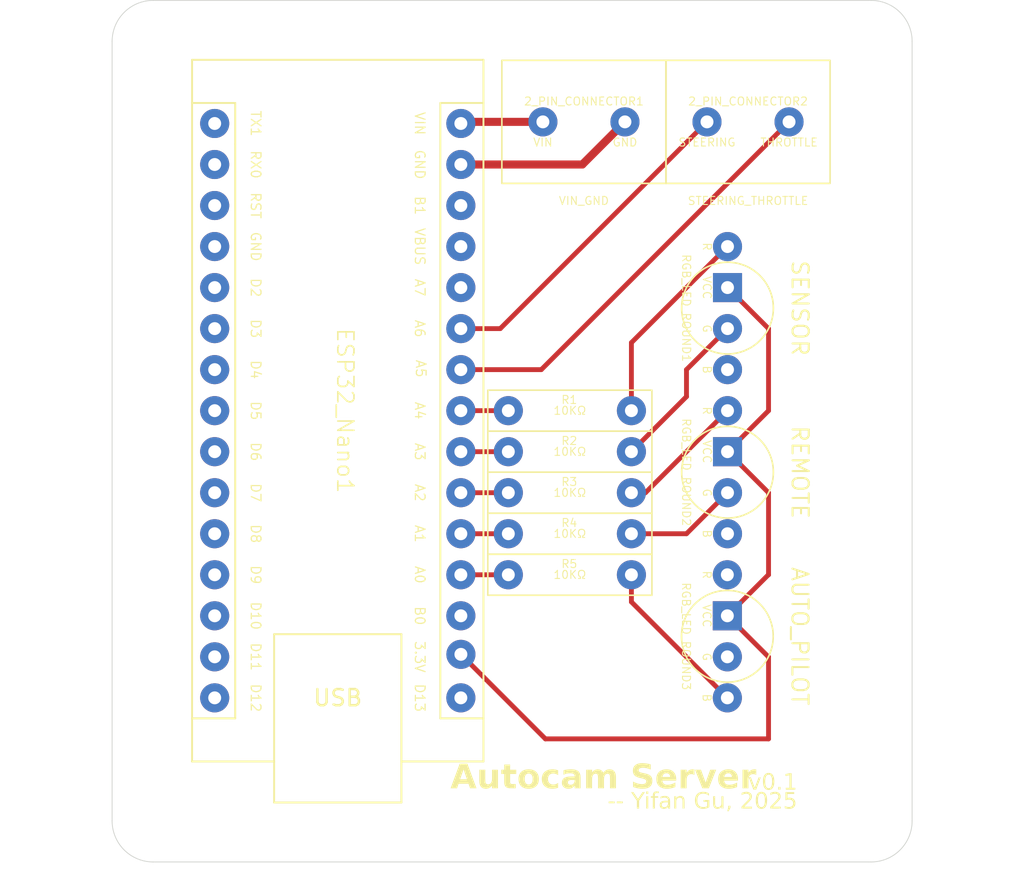
<source format=kicad_pcb>
(kicad_pcb (version 20241229) (generator "pcbnew") (generator_version "9.0")
  (title_block (title "Autocam Server") (date "2025-03-02") (rev "v0.1"))
  (layers (0 "F.Cu" signal) (2 "B.Cu" signal) (13 "F.Paste" user) (15 "B.Paste" user) (5 "F.SilkS" user "F.Silkscreen") (7 "B.SilkS" user "B.Silkscreen") (1 "F.Mask" user) (3 "B.Mask" user) (25 "Edge.Cuts" user))
  (net 0 "")
  (net 1 "Net-(2_PIN_CONNECTOR1-Pin_1)")
  (net 2 "Net-(2_PIN_CONNECTOR1-Pin_2)")
  (net 3 "Net-(2_PIN_CONNECTOR2-Pin_2)")
  (net 4 "Net-(2_PIN_CONNECTOR2-Pin_1)")
  (net 12 "Net-(ESP32_Nano1-A2)")
  (net 13 "Net-(ESP32_Nano1-A1)")
  (net 17 "Net-(ESP32_Nano1-A4)")
  (net 25 "Net-(RGB_LED_ROUND1-R)")
  (net 26 "Net-(RGB_LED_ROUND1-G)")
  (net 28 "Net-(RGB_LED_ROUND2-R)")
  (net 29 "Net-(RGB_LED_ROUND2-G)")
  (net 32 "Net-(ESP32_Nano1-A3)")
  (net 33 "Net-(ESP32_Nano1-A0)")
  (net 36 "Net-(ESP32_Nano1-3.3V)")
  (net 37 "Net-(RGB_LED_ROUND3-B)")
  (footprint "Autocam:Anode RGB LED (Round)" (layer "F.Cu") (at 53.34 44.45 -90)
    (property "Reference" "RGB_LED_ROUND2" (at 0 2.55 270) (layer "F.SilkS") (effects (font (size 0.5 0.5) (thickness 0.0625))))
    (property "Value" "REMOTE" (at 0 -5.07 270) (layer "F.SilkS") (effects (font (thickness 0.125)) (justify top)))
    (fp_circle (center 0 0) (end 2.84 0) (stroke (width 0.1)) (fill no) (layer "F.SilkS"))
    (fp_text user "B" (at 3.81 1.27 270) (layer "F.SilkS") (effects (font (size 0.5 0.5) (thickness 0.0625))))
    (fp_text user "G" (at 1.27 1.27 270) (layer "F.SilkS") (effects (font (size 0.5 0.5) (thickness 0.0625))))
    (fp_text user "R" (at -3.81 1.27 270) (layer "F.SilkS") (effects (font (size 0.5 0.5) (thickness 0.0625))))
    (fp_text user "VCC" (at -1.27 1.27 270) (layer "F.SilkS") (effects (font (size 0.5 0.5) (thickness 0.0625))))
    (pad "1" thru_hole circle (at -3.81 0 270) (size 1.8 1.8) (drill 0.8) (layers "*.Cu" "*.Mask") (net 28 "Net-(RGB_LED_ROUND2-R)"))
    (pad "2" thru_hole rect (at -1.27 0 270) (size 1.8 1.8) (drill 0.8) (layers "*.Cu" "*.Mask") (net 36 "Net-(ESP32_Nano1-3.3V)"))
    (pad "3" thru_hole circle (at 1.27 0 270) (size 1.8 1.8) (drill 0.8) (layers "*.Cu" "*.Mask") (net 29 "Net-(RGB_LED_ROUND2-G)"))
    (pad "4" thru_hole circle (at 3.81 0 270) (size 1.8 1.8) (drill 0.8) (layers "*.Cu" "*.Mask"))
  )
  (footprint "MountingHole:MountingHole_2.2mm_M2" (layer "F.Cu") (at 62.23 17.78)
    (property "Reference" "REF**" (hide yes))
    (property "Value" "MountingHole_2.2mm_M2")
    (pad "" np_thru_hole circle (at 0 0) (size 2.2 2.2) (drill 2.2) (layers "*.Cu" "*.Mask"))
  )
  (footprint "Autocam:Simple Resistor" (layer "F.Cu") (at 39.77 40.64)
    (property "Reference" "R1" (at 3.774036 -0.672769 0) (layer "F.SilkS") (effects (font (size 0.5 0.5) (thickness 0.0625))))
    (property "Value" "10KΩ" (at 3.81 0 0) (layer "F.SilkS") (effects (font (size 0.5 0.5) (thickness 0.0625))))
    (fp_rect (start -1.27 -1.27) (end 8.89 1.27) (stroke (width 0.1)) (fill no) (layer "F.SilkS"))
    (pad "1" thru_hole circle (at 0 0) (size 1.8 1.8) (drill 0.8) (layers "*.Cu" "*.Mask") (net 17 "Net-(ESP32_Nano1-A4)"))
    (pad "2" thru_hole circle (at 7.62 0) (size 1.8 1.8) (drill 0.8) (layers "*.Cu" "*.Mask") (net 25 "Net-(RGB_LED_ROUND1-R)"))
  )
  (footprint "Autocam:Arduino ESP32 Nano" (layer "F.Cu") (at 21.59 22.86 -90)
    (property "Reference" "ESP32_Nano1" (at 17.78 -8.08 270) (layer "F.SilkS") (effects (font (thickness 0.1))))
    (property "Value" "Server")
    (fp_line (start -3.94 1.4) (end -1.27 1.4) (stroke (width 0.12)) (layer "F.SilkS"))
    (fp_line (start -1.27 1.4) (end 39.5 1.4) (stroke (width 0.12)) (layer "F.SilkS"))
    (fp_line (start 39.5 1.4) (end 39.5 -3.68) (stroke (width 0.12)) (layer "F.SilkS"))
    (fp_line (start -1.27 -1.27) (end -1.27 1.4) (stroke (width 0.12)) (layer "F.SilkS"))
    (fp_line (start 1.27 -1.27) (end -1.27 -1.27) (stroke (width 0.12)) (layer "F.SilkS"))
    (fp_line (start 1.27 -1.27) (end 36.83 -1.27) (stroke (width 0.12)) (layer "F.SilkS"))
    (fp_line (start 36.83 -1.27) (end 36.83 1.4) (stroke (width 0.12)) (layer "F.SilkS"))
    (fp_line (start 31.62 -3.68) (end 31.62 -11.56) (stroke (width 0.12)) (layer "F.SilkS"))
    (fp_line (start 42.04 -3.68) (end 31.62 -3.68) (stroke (width 0.12)) (layer "F.SilkS"))
    (fp_line (start 31.62 -11.56) (end 42.04 -11.56) (stroke (width 0.12)) (layer "F.SilkS"))
    (fp_line (start 42.04 -11.56) (end 42.04 -3.68) (stroke (width 0.12)) (layer "F.SilkS"))
    (fp_line (start -1.27 -13.97) (end 36.83 -13.97) (stroke (width 0.12)) (layer "F.SilkS"))
    (fp_line (start -1.27 -13.97) (end -1.27 -16.64) (stroke (width 0.12)) (layer "F.SilkS"))
    (fp_line (start 36.83 -13.97) (end 36.83 -16.64) (stroke (width 0.12)) (layer "F.SilkS"))
    (fp_line (start -3.94 -16.64) (end -3.94 1.4) (stroke (width 0.12)) (layer "F.SilkS"))
    (fp_line (start 39.5 -16.64) (end 39.5 -11.56) (stroke (width 0.12)) (layer "F.SilkS"))
    (fp_line (start 39.5 -16.64) (end -3.94 -16.64) (stroke (width 0.12)) (layer "F.SilkS"))
    (fp_text user "D8" (at 25.4 -2.54 270) (layer "F.SilkS") (effects (font (size 0.6 0.6) (thickness 0.075))))
    (fp_text user "D11" (at 33.02 -2.54 270) (layer "F.SilkS") (effects (font (size 0.6 0.6) (thickness 0.075))))
    (fp_text user "A7" (at 10.16 -12.7 270) (layer "F.SilkS") (effects (font (size 0.6 0.6) (thickness 0.075))))
    (fp_text user "D2" (at 10.16 -2.54 270) (layer "F.SilkS") (effects (font (size 0.6 0.6) (thickness 0.075))))
    (fp_text user "RST" (at 5.08 -2.54 270) (layer "F.SilkS") (effects (font (size 0.6 0.6) (thickness 0.075))))
    (fp_text user "D6" (at 20.32 -2.54 270) (layer "F.SilkS") (effects (font (size 0.6 0.6) (thickness 0.075))))
    (fp_text user "GND" (at 2.54 -12.7 270) (layer "F.SilkS") (effects (font (size 0.6 0.6) (thickness 0.075))))
    (fp_text user "A5" (at 15.177434 -12.762565 270) (layer "F.SilkS") (effects (font (size 0.6 0.6) (thickness 0.075))))
    (fp_text user "D9" (at 27.94 -2.54 270) (layer "F.SilkS") (effects (font (size 0.6 0.6) (thickness 0.075))))
    (fp_text user "RX0" (at 2.54 -2.54 270) (layer "F.SilkS") (effects (font (size 0.6 0.6) (thickness 0.075))))
    (fp_text user "A2" (at 22.86 -12.7 270) (layer "F.SilkS") (effects (font (size 0.6 0.6) (thickness 0.075))))
    (fp_text user "A4" (at 17.78 -12.7 270) (layer "F.SilkS") (effects (font (size 0.6 0.6) (thickness 0.075))))
    (fp_text user "D5" (at 17.78 -2.54 270) (layer "F.SilkS") (effects (font (size 0.6 0.6) (thickness 0.075))))
    (fp_text user "VBUS" (at 7.62 -12.7 270) (layer "F.SilkS") (effects (font (size 0.6 0.6) (thickness 0.075))))
    (fp_text user "A3" (at 20.32 -12.7 270) (layer "F.SilkS") (effects (font (size 0.6 0.6) (thickness 0.075))))
    (fp_text user "D12" (at 35.56 -2.54 270) (layer "F.SilkS") (effects (font (size 0.6 0.6) (thickness 0.075))))
    (fp_text user "D4" (at 15.24 -2.54 270) (layer "F.SilkS") (effects (font (size 0.6 0.6) (thickness 0.075))))
    (fp_text user "A0" (at 27.94 -12.7 270) (layer "F.SilkS") (effects (font (size 0.6 0.6) (thickness 0.075))))
    (fp_text user "A6" (at 12.7 -12.7 270) (layer "F.SilkS") (effects (font (size 0.6 0.6) (thickness 0.075))))
    (fp_text user "D10" (at 30.48 -2.54 270) (layer "F.SilkS") (effects (font (size 0.6 0.6) (thickness 0.075))))
    (fp_text user "USB" (at 35.56 -7.62 0) (layer "F.SilkS"))
    (fp_text user "GND" (at 7.62 -2.54 270) (layer "F.SilkS") (effects (font (size 0.6 0.6) (thickness 0.075))))
    (fp_text user "B0" (at 30.48 -12.7 270) (layer "F.SilkS") (effects (font (size 0.6 0.6) (thickness 0.075))))
    (fp_text user "A1" (at 25.4 -12.7 270) (layer "F.SilkS") (effects (font (size 0.6 0.6) (thickness 0.075))))
    (fp_text user "B1" (at 5.08 -12.7 270) (layer "F.SilkS") (effects (font (size 0.6 0.6) (thickness 0.075))))
    (fp_text user "D13" (at 35.56 -12.7 270) (layer "F.SilkS") (effects (font (size 0.6 0.6) (thickness 0.075))))
    (fp_text user "3.3V" (at 33.02 -12.7 270) (layer "F.SilkS") (effects (font (size 0.6 0.6) (thickness 0.075))))
    (fp_text user "D3" (at 12.7 -2.54 270) (layer "F.SilkS") (effects (font (size 0.6 0.6) (thickness 0.075))))
    (fp_text user "TX1" (at 0 -2.54 270) (layer "F.SilkS") (effects (font (size 0.6 0.6) (thickness 0.075))))
    (fp_text user "VIN" (at 0 -12.7 270) (layer "F.SilkS") (effects (font (size 0.6 0.6) (thickness 0.075))))
    (fp_text user "D7" (at 22.86 -2.54 270) (layer "F.SilkS") (effects (font (size 0.6 0.6) (thickness 0.075))))
    (pad "1" thru_hole circle (at 0 0 270) (size 1.8 1.8) (drill 0.8) (layers "*.Cu" "*.Mask"))
    (pad "2" thru_hole circle (at 2.54 0 270) (size 1.8 1.8) (drill 0.8) (layers "*.Cu" "*.Mask"))
    (pad "3" thru_hole circle (at 5.08 0 270) (size 1.8 1.8) (drill 0.8) (layers "*.Cu" "*.Mask"))
    (pad "4" thru_hole circle (at 7.62 0 270) (size 1.8 1.8) (drill 0.8) (layers "*.Cu" "*.Mask"))
    (pad "5" thru_hole circle (at 10.16 0 270) (size 1.8 1.8) (drill 0.8) (layers "*.Cu" "*.Mask"))
    (pad "6" thru_hole circle (at 12.7 0 270) (size 1.8 1.8) (drill 0.8) (layers "*.Cu" "*.Mask"))
    (pad "7" thru_hole circle (at 15.24 0 270) (size 1.8 1.8) (drill 0.8) (layers "*.Cu" "*.Mask"))
    (pad "8" thru_hole circle (at 17.78 0 270) (size 1.8 1.8) (drill 0.8) (layers "*.Cu" "*.Mask"))
    (pad "9" thru_hole circle (at 20.32 0 270) (size 1.8 1.8) (drill 0.8) (layers "*.Cu" "*.Mask"))
    (pad "10" thru_hole circle (at 22.86 0 270) (size 1.8 1.8) (drill 0.8) (layers "*.Cu" "*.Mask"))
    (pad "11" thru_hole circle (at 25.4 0 270) (size 1.8 1.8) (drill 0.8) (layers "*.Cu" "*.Mask"))
    (pad "12" thru_hole circle (at 27.94 0 270) (size 1.8 1.8) (drill 0.8) (layers "*.Cu" "*.Mask"))
    (pad "13" thru_hole circle (at 30.48 0 270) (size 1.8 1.8) (drill 0.8) (layers "*.Cu" "*.Mask"))
    (pad "14" thru_hole circle (at 33.02 0 270) (size 1.8 1.8) (drill 0.8) (layers "*.Cu" "*.Mask"))
    (pad "15" thru_hole circle (at 35.56 0 270) (size 1.8 1.8) (drill 0.8) (layers "*.Cu" "*.Mask"))
    (pad "16" thru_hole circle (at 35.56 -15.24 270) (size 1.8 1.8) (drill 0.8) (layers "*.Cu" "*.Mask"))
    (pad "17" thru_hole circle (at 32.868102 -15.243472 270) (size 1.8 1.8) (drill 0.8) (layers "*.Cu" "*.Mask") (net 36 "Net-(ESP32_Nano1-3.3V)"))
    (pad "18" thru_hole circle (at 30.48 -15.24 270) (size 1.8 1.8) (drill 0.8) (layers "*.Cu" "*.Mask"))
    (pad "19" thru_hole circle (at 27.94 -15.24 270) (size 1.8 1.8) (drill 0.8) (layers "*.Cu" "*.Mask") (net 33 "Net-(ESP32_Nano1-A0)"))
    (pad "20" thru_hole circle (at 25.4 -15.24 270) (size 1.8 1.8) (drill 0.8) (layers "*.Cu" "*.Mask") (net 13 "Net-(ESP32_Nano1-A1)"))
    (pad "21" thru_hole circle (at 22.86 -15.24 270) (size 1.8 1.8) (drill 0.8) (layers "*.Cu" "*.Mask") (net 12 "Net-(ESP32_Nano1-A2)"))
    (pad "22" thru_hole circle (at 20.32 -15.24 270) (size 1.8 1.8) (drill 0.8) (layers "*.Cu" "*.Mask") (net 32 "Net-(ESP32_Nano1-A3)"))
    (pad "23" thru_hole circle (at 17.78 -15.24 270) (size 1.8 1.8) (drill 0.8) (layers "*.Cu" "*.Mask") (net 17 "Net-(ESP32_Nano1-A4)"))
    (pad "24" thru_hole circle (at 15.24 -15.24 270) (size 1.8 1.8) (drill 0.8) (layers "*.Cu" "*.Mask") (net 3 "Net-(2_PIN_CONNECTOR2-Pin_2)"))
    (pad "25" thru_hole circle (at 12.7 -15.24 270) (size 1.8 1.8) (drill 0.8) (layers "*.Cu" "*.Mask") (net 4 "Net-(2_PIN_CONNECTOR2-Pin_1)"))
    (pad "26" thru_hole circle (at 10.16 -15.24 270) (size 1.8 1.8) (drill 0.8) (layers "*.Cu" "*.Mask"))
    (pad "27" thru_hole circle (at 7.62 -15.24 270) (size 1.8 1.8) (drill 0.8) (layers "*.Cu" "*.Mask"))
    (pad "28" thru_hole circle (at 5.08 -15.24 270) (size 1.8 1.8) (drill 0.8) (layers "*.Cu" "*.Mask"))
    (pad "29" thru_hole circle (at 2.54 -15.24 270) (size 1.8 1.8) (drill 0.8) (layers "*.Cu" "*.Mask") (net 2 "Net-(2_PIN_CONNECTOR1-Pin_2)"))
    (pad "30" thru_hole circle (at 0 -15.24 270) (size 1.8 1.8) (drill 0.8) (layers "*.Cu" "*.Mask") (net 1 "Net-(2_PIN_CONNECTOR1-Pin_1)"))
  )
  (footprint "Autocam:Simple Resistor" (layer "F.Cu") (at 39.77 45.72)
    (property "Reference" "R3" (at 3.774036 -0.672769 0) (layer "F.SilkS") (effects (font (size 0.5 0.5) (thickness 0.0625))))
    (property "Value" "10KΩ" (at 3.81 0 0) (layer "F.SilkS") (effects (font (size 0.5 0.5) (thickness 0.0625))))
    (fp_rect (start -1.27 -1.27) (end 8.89 1.27) (stroke (width 0.1)) (fill no) (layer "F.SilkS"))
    (pad "1" thru_hole circle (at 0 0) (size 1.8 1.8) (drill 0.8) (layers "*.Cu" "*.Mask") (net 12 "Net-(ESP32_Nano1-A2)"))
    (pad "2" thru_hole circle (at 7.62 0) (size 1.8 1.8) (drill 0.8) (layers "*.Cu" "*.Mask") (net 28 "Net-(RGB_LED_ROUND2-R)"))
  )
  (footprint "Autocam:Simple Resistor" (layer "F.Cu") (at 39.77 43.18)
    (property "Reference" "R2" (at 3.774036 -0.672769 0) (layer "F.SilkS") (effects (font (size 0.5 0.5) (thickness 0.0625))))
    (property "Value" "10KΩ" (at 3.81 0 0) (layer "F.SilkS") (effects (font (size 0.5 0.5) (thickness 0.0625))))
    (fp_rect (start -1.27 -1.27) (end 8.89 1.27) (stroke (width 0.1)) (fill no) (layer "F.SilkS"))
    (pad "1" thru_hole circle (at 0 0) (size 1.8 1.8) (drill 0.8) (layers "*.Cu" "*.Mask") (net 32 "Net-(ESP32_Nano1-A3)"))
    (pad "2" thru_hole circle (at 7.62 0) (size 1.8 1.8) (drill 0.8) (layers "*.Cu" "*.Mask") (net 26 "Net-(RGB_LED_ROUND1-G)"))
  )
  (footprint "Autocam:2-PIN Connector" (layer "F.Cu") (at 49.53 26.57)
    (property "Reference" "2_PIN_CONNECTOR2" (at 5.08 -5.08 0) (layer "F.SilkS") (effects (font (size 0.5 0.5) (thickness 0.0625))))
    (property "Value" "STEERING_THROTTLE" (at 5.08 1.37 0) (layer "F.SilkS") (effects (font (size 0.5 0.5) (thickness 0.0625)) (justify bottom)))
    (fp_rect (start 0 -7.62) (end 10.16 0) (stroke (width 0.1)) (fill no) (layer "F.SilkS"))
    (fp_text user "STEERING" (at 2.54 -2.54 0) (layer "F.SilkS") (effects (font (size 0.5 0.5) (thickness 0.0625))))
    (fp_text user "THROTTLE" (at 7.62 -2.54 0) (layer "F.SilkS") (effects (font (size 0.5 0.5) (thickness 0.0625))))
    (pad "1" thru_hole circle (at 2.54 -3.81) (size 1.8 1.8) (drill 0.8) (layers "*.Cu" "*.Mask") (net 4 "Net-(2_PIN_CONNECTOR2-Pin_1)"))
    (pad "2" thru_hole circle (at 7.62 -3.81) (size 1.8 1.8) (drill 0.8) (layers "*.Cu" "*.Mask") (net 3 "Net-(2_PIN_CONNECTOR2-Pin_2)"))
  )
  (footprint "Autocam:Anode RGB LED (Round)" (layer "F.Cu") (at 53.34 34.29 -90)
    (property "Reference" "RGB_LED_ROUND1" (at 0 2.55 270) (layer "F.SilkS") (effects (font (size 0.5 0.5) (thickness 0.0625))))
    (property "Value" "SENSOR" (at 0 -5.07 270) (layer "F.SilkS") (effects (font (thickness 0.125)) (justify top)))
    (fp_circle (center 0 0) (end 2.84 0) (stroke (width 0.1)) (fill no) (layer "F.SilkS"))
    (fp_text user "VCC" (at -1.27 1.27 270) (layer "F.SilkS") (effects (font (size 0.5 0.5) (thickness 0.0625))))
    (fp_text user "B" (at 3.81 1.27 270) (layer "F.SilkS") (effects (font (size 0.5 0.5) (thickness 0.0625))))
    (fp_text user "G" (at 1.27 1.27 270) (layer "F.SilkS") (effects (font (size 0.5 0.5) (thickness 0.0625))))
    (fp_text user "R" (at -3.81 1.27 270) (layer "F.SilkS") (effects (font (size 0.5 0.5) (thickness 0.0625))))
    (pad "1" thru_hole circle (at -3.81 0 270) (size 1.8 1.8) (drill 0.8) (layers "*.Cu" "*.Mask") (net 25 "Net-(RGB_LED_ROUND1-R)"))
    (pad "2" thru_hole rect (at -1.27 0 270) (size 1.8 1.8) (drill 0.8) (layers "*.Cu" "*.Mask") (net 36 "Net-(ESP32_Nano1-3.3V)"))
    (pad "3" thru_hole circle (at 1.27 0 270) (size 1.8 1.8) (drill 0.8) (layers "*.Cu" "*.Mask") (net 26 "Net-(RGB_LED_ROUND1-G)"))
    (pad "4" thru_hole circle (at 3.81 0 270) (size 1.8 1.8) (drill 0.8) (layers "*.Cu" "*.Mask"))
  )
  (footprint "Autocam:2-PIN Connector" (layer "F.Cu") (at 39.37 26.57)
    (property "Reference" "2_PIN_CONNECTOR1" (at 5.08 -5.08 0) (layer "F.SilkS") (effects (font (size 0.5 0.5) (thickness 0.0625))))
    (property "Value" "VIN_GND" (at 5.08 1.37 0) (layer "F.SilkS") (effects (font (size 0.5 0.5) (thickness 0.0625)) (justify bottom)))
    (fp_rect (start 0 -7.62) (end 10.16 0) (stroke (width 0.1)) (fill no) (layer "F.SilkS"))
    (fp_text user "GND" (at 7.62 -2.54 0) (layer "F.SilkS") (effects (font (size 0.5 0.5) (thickness 0.0625))))
    (fp_text user "VIN" (at 2.54 -2.54 0) (layer "F.SilkS") (effects (font (size 0.5 0.5) (thickness 0.0625))))
    (pad "1" thru_hole circle (at 2.54 -3.81) (size 1.8 1.8) (drill 0.8) (layers "*.Cu" "*.Mask") (net 1 "Net-(2_PIN_CONNECTOR1-Pin_1)"))
    (pad "2" thru_hole circle (at 7.62 -3.81) (size 1.8 1.8) (drill 0.8) (layers "*.Cu" "*.Mask") (net 2 "Net-(2_PIN_CONNECTOR1-Pin_2)"))
  )
  (footprint "MountingHole:MountingHole_2.2mm_M2" (layer "F.Cu") (at 17.78 17.78)
    (property "Reference" "REF**" (hide yes))
    (property "Value" "MountingHole_2.2mm_M2")
    (pad "" np_thru_hole circle (at 0 0) (size 2.2 2.2) (drill 2.2) (layers "*.Cu" "*.Mask"))
  )
  (footprint "Autocam:Anode RGB LED (Round)" (layer "F.Cu") (at 53.33 54.61 -90)
    (property "Reference" "RGB_LED_ROUND3" (at 0 2.55 270) (layer "F.SilkS") (effects (font (size 0.5 0.5) (thickness 0.0625))))
    (property "Value" "AUTO_PILOT" (at 0 -5.07 270) (layer "F.SilkS") (effects (font (thickness 0.125)) (justify top)))
    (fp_circle (center 0 0) (end 2.84 0) (stroke (width 0.1)) (fill no) (layer "F.SilkS"))
    (fp_text user "G" (at 1.27 1.27 270) (layer "F.SilkS") (effects (font (size 0.5 0.5) (thickness 0.0625))))
    (fp_text user "VCC" (at -1.27 1.27 270) (layer "F.SilkS") (effects (font (size 0.5 0.5) (thickness 0.0625))))
    (fp_text user "B" (at 3.81 1.27 270) (layer "F.SilkS") (effects (font (size 0.5 0.5) (thickness 0.0625))))
    (fp_text user "R" (at -3.81 1.27 270) (layer "F.SilkS") (effects (font (size 0.5 0.5) (thickness 0.0625))))
    (pad "1" thru_hole circle (at -3.81 0 270) (size 1.8 1.8) (drill 0.8) (layers "*.Cu" "*.Mask"))
    (pad "2" thru_hole rect (at -1.27 0 270) (size 1.8 1.8) (drill 0.8) (layers "*.Cu" "*.Mask") (net 36 "Net-(ESP32_Nano1-3.3V)"))
    (pad "3" thru_hole circle (at 1.27 0 270) (size 1.8 1.8) (drill 0.8) (layers "*.Cu" "*.Mask"))
    (pad "4" thru_hole circle (at 3.81 0 270) (size 1.8 1.8) (drill 0.8) (layers "*.Cu" "*.Mask") (net 37 "Net-(RGB_LED_ROUND3-B)"))
  )
  (footprint "Autocam:Simple Resistor" (layer "F.Cu") (at 39.77 50.8)
    (property "Reference" "R5" (at 3.774036 -0.672769 0) (layer "F.SilkS") (effects (font (size 0.5 0.5) (thickness 0.0625))))
    (property "Value" "10KΩ" (at 3.81 0 0) (layer "F.SilkS") (effects (font (size 0.5 0.5) (thickness 0.0625))))
    (fp_rect (start -1.27 -1.27) (end 8.89 1.27) (stroke (width 0.1)) (fill no) (layer "F.SilkS"))
    (pad "1" thru_hole circle (at 0 0) (size 1.8 1.8) (drill 0.8) (layers "*.Cu" "*.Mask") (net 33 "Net-(ESP32_Nano1-A0)"))
    (pad "2" thru_hole circle (at 7.62 0) (size 1.8 1.8) (drill 0.8) (layers "*.Cu" "*.Mask") (net 37 "Net-(RGB_LED_ROUND3-B)"))
  )
  (footprint "MountingHole:MountingHole_2.2mm_M2" (layer "F.Cu") (at 17.78 66.04)
    (property "Reference" "REF**" (hide yes))
    (property "Value" "MountingHole_2.2mm_M2")
    (pad "" np_thru_hole circle (at 0 0) (size 2.2 2.2) (drill 2.2) (layers "*.Cu" "*.Mask"))
  )
  (footprint "MountingHole:MountingHole_2.2mm_M2" (layer "F.Cu") (at 62.23 66.04)
    (property "Reference" "REF**" (hide yes))
    (property "Value" "MountingHole_2.2mm_M2")
    (pad "" np_thru_hole circle (at 0 0) (size 2.2 2.2) (drill 2.2) (layers "*.Cu" "*.Mask"))
  )
  (footprint "Autocam:Simple Resistor" (layer "F.Cu") (at 39.77 48.26)
    (property "Reference" "R4" (at 3.774036 -0.672769 0) (layer "F.SilkS") (effects (font (size 0.5 0.5) (thickness 0.0625))))
    (property "Value" "10KΩ" (at 3.81 0 0) (layer "F.SilkS") (effects (font (size 0.5 0.5) (thickness 0.0625))))
    (fp_rect (start -1.27 -1.27) (end 8.89 1.27) (stroke (width 0.1)) (fill no) (layer "F.SilkS"))
    (pad "1" thru_hole circle (at 0 0) (size 1.8 1.8) (drill 0.8) (layers "*.Cu" "*.Mask") (net 13 "Net-(ESP32_Nano1-A1)"))
    (pad "2" thru_hole circle (at 7.62 0) (size 1.8 1.8) (drill 0.8) (layers "*.Cu" "*.Mask") (net 29 "Net-(RGB_LED_ROUND2-G)"))
  )
  (gr_line (start 17.78 15.24) (end 62.23 15.24) (stroke (width 0.05)) (layer "Edge.Cuts"))
  (gr_line (start 15.24 66.04) (end 15.24 17.78) (stroke (width 0.05)) (layer "Edge.Cuts"))
  (gr_arc (start 62.23 15.24) (mid 64.026051 15.983949) (end 64.77 17.78) (stroke (width 0.05)) (layer "Edge.Cuts"))
  (gr_line (start 64.77 17.78) (end 64.77 66.04) (stroke (width 0.05)) (layer "Edge.Cuts"))
  (gr_arc (start 17.78 68.58) (mid 15.983949 67.836051) (end 15.24 66.04) (stroke (width 0.05)) (layer "Edge.Cuts"))
  (gr_line (start 62.23 68.58) (end 17.78 68.58) (stroke (width 0.05)) (layer "Edge.Cuts"))
  (gr_arc (start 15.24 17.78) (mid 15.983949 15.983949) (end 17.78 15.24) (stroke (width 0.05)) (layer "Edge.Cuts"))
  (gr_arc (start 64.77 66.04) (mid 64.026051 67.836051) (end 62.23 68.58) (stroke (width 0.05)) (layer "Edge.Cuts"))
  (gr_text "v0.1" (at 57.665823 64.275905 0) (layer "F.SilkS") (effects (font (size 1 1) (thickness 0.1)) (justify right bottom)))
  (gr_text "-- Yifan Gu, 2025" (at 57.665823 64.275905 0) (layer "F.SilkS") (effects (font (size 1 1) (thickness 0.1)) (justify right top)))
  (gr_text "Autocam Server" (at 55.125823 64.275905 0) (layer "F.SilkS") (effects (font (size 1.5 1.5) (thickness 0.3) (bold yes) (italic yes)) (justify right bottom)))
  (segment (start 36.93 22.76) (end 36.83 22.86) (width 0.5) (layer "F.Cu") (net 1))
  (segment (start 41.91 22.76) (end 36.93 22.76) (width 0.5) (layer "F.Cu") (net 1))
  (segment (start 44.35 25.4) (end 46.99 22.76) (width 0.5) (layer "F.Cu") (net 2))
  (segment (start 36.83 25.4) (end 44.35 25.4) (width 0.5) (layer "F.Cu") (net 2))
  (segment (start 41.81 38.1) (end 57.15 22.76) (width 0.3) (layer "F.Cu") (net 3))
  (segment (start 36.83 38.1) (end 41.81 38.1) (width 0.3) (layer "F.Cu") (net 3))
  (segment (start 52.07 22.76) (end 39.27 35.56) (width 0.3) (layer "F.Cu") (net 4))
  (segment (start 39.27 35.56) (end 36.83 35.56) (width 0.3) (layer "F.Cu") (net 4))
  (segment (start 36.83 45.72) (end 39.77 45.72) (width 0.3) (layer "F.Cu") (net 12))
  (segment (start 36.83 48.26) (end 39.77 48.26) (width 0.3) (layer "F.Cu") (net 13))
  (segment (start 36.83 40.64) (end 39.77 40.64) (width 0.3) (layer "F.Cu") (net 17))
  (segment (start 53.34 30.48) (end 47.39 36.43) (width 0.3) (layer "F.Cu") (net 25))
  (segment (start 47.39 36.43) (end 47.39 40.64) (width 0.3) (layer "F.Cu") (net 25))
  (segment (start 50.8 39.77) (end 50.8 38.1) (width 0.3) (layer "F.Cu") (net 26))
  (segment (start 47.39 43.18) (end 50.8 39.77) (width 0.3) (layer "F.Cu") (net 26))
  (segment (start 50.8 38.1) (end 53.34 35.56) (width 0.3) (layer "F.Cu") (net 26))
  (segment (start 53.34 35.56) (end 53.33 35.56) (width 0.3) (layer "F.Cu") (net 26))
  (segment (start 53.34 40.64) (end 48.26 45.72) (width 0.3) (layer "F.Cu") (net 28))
  (segment (start 48.26 45.72) (end 47.39 45.72) (width 0.3) (layer "F.Cu") (net 28))
  (segment (start 53.33 40.64) (end 53.34 40.64) (width 0.3) (layer "F.Cu") (net 28))
  (segment (start 53.34 45.72) (end 50.8 48.26) (width 0.3) (layer "F.Cu") (net 29))
  (segment (start 50.8 48.26) (end 47.39 48.26) (width 0.3) (layer "F.Cu") (net 29))
  (segment (start 36.83 43.18) (end 39.77 43.18) (width 0.3) (layer "F.Cu") (net 32))
  (segment (start 36.83 50.8) (end 39.77 50.8) (width 0.3) (layer "F.Cu") (net 33))
  (segment (start 55.88 45.72) (end 55.88 50.8) (width 0.3) (layer "F.Cu") (net 36))
  (segment (start 55.88 50.8) (end 55.87 50.8) (width 0.3) (layer "F.Cu") (net 36))
  (segment (start 55.88 40.64) (end 53.34 43.18) (width 0.3) (layer "F.Cu") (net 36))
  (segment (start 55.88 60.96) (end 42.06537 60.96) (width 0.3) (layer "F.Cu") (net 36))
  (segment (start 53.33 53.34) (end 55.88 55.89) (width 0.3) (layer "F.Cu") (net 36))
  (segment (start 53.34 33.02) (end 55.88 35.56) (width 0.3) (layer "F.Cu") (net 36))
  (segment (start 55.88 35.56) (end 55.88 40.64) (width 0.3) (layer "F.Cu") (net 36))
  (segment (start 53.34 43.18) (end 55.88 45.72) (width 0.3) (layer "F.Cu") (net 36))
  (segment (start 55.87 50.8) (end 53.33 53.34) (width 0.3) (layer "F.Cu") (net 36))
  (segment (start 42.06537 60.96) (end 36.833472 55.728102) (width 0.3) (layer "F.Cu") (net 36))
  (segment (start 55.88 55.89) (end 55.88 60.96) (width 0.3) (layer "F.Cu") (net 36))
  (segment (start 53.33 58.42) (end 47.39 52.48) (width 0.3) (layer "F.Cu") (net 37))
  (segment (start 47.39 52.48) (end 47.39 50.8) (width 0.3) (layer "F.Cu") (net 37))
)
</source>
